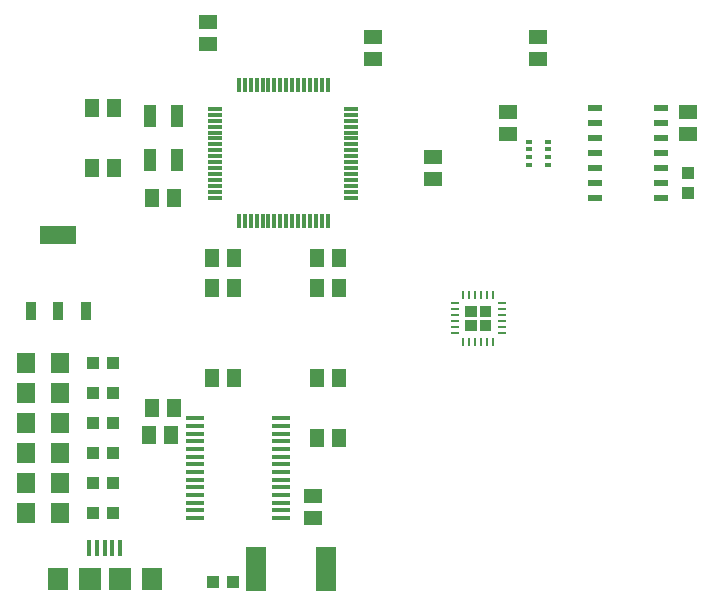
<source format=gbr>
G04 EAGLE Gerber RS-274X export*
G75*
%MOMM*%
%FSLAX34Y34*%
%LPD*%
%INSolderpaste Top*%
%IPPOS*%
%AMOC8*
5,1,8,0,0,1.08239X$1,22.5*%
G01*
%ADD10R,1.300000X1.500000*%
%ADD11R,1.500000X1.300000*%
%ADD12R,1.193800X0.304800*%
%ADD13R,0.304800X1.193800*%
%ADD14R,1.100000X1.900000*%
%ADD15R,0.838200X1.600200*%
%ADD16R,3.098800X1.600200*%
%ADD17R,1.500000X0.400000*%
%ADD18R,0.260000X0.790000*%
%ADD19R,0.790000X0.260000*%
%ADD20R,0.500000X0.350000*%
%ADD21R,1.200000X0.600000*%
%ADD22R,1.000000X1.100000*%
%ADD23R,1.700000X3.700000*%
%ADD24R,1.600000X1.803000*%
%ADD25R,1.100000X1.000000*%
%ADD26R,0.350000X1.400000*%
%ADD27R,1.800000X1.900000*%
%ADD28R,1.900000X1.900000*%

G36*
X367027Y636307D02*
X367027Y636307D01*
X367022Y636314D01*
X367029Y636320D01*
X367029Y645620D01*
X366993Y645667D01*
X366986Y645662D01*
X366980Y645669D01*
X357180Y645669D01*
X357133Y645633D01*
X357138Y645626D01*
X357131Y645620D01*
X357131Y636320D01*
X357167Y636273D01*
X357174Y636278D01*
X357180Y636271D01*
X366980Y636271D01*
X367027Y636307D01*
G37*
G36*
X379467Y636307D02*
X379467Y636307D01*
X379462Y636314D01*
X379469Y636320D01*
X379469Y645620D01*
X379433Y645667D01*
X379426Y645662D01*
X379420Y645669D01*
X369620Y645669D01*
X369573Y645633D01*
X369578Y645626D01*
X369571Y645620D01*
X369571Y636320D01*
X369607Y636273D01*
X369614Y636278D01*
X369620Y636271D01*
X379420Y636271D01*
X379467Y636307D01*
G37*
G36*
X367027Y624367D02*
X367027Y624367D01*
X367022Y624374D01*
X367029Y624380D01*
X367029Y633680D01*
X366993Y633727D01*
X366986Y633722D01*
X366980Y633729D01*
X357180Y633729D01*
X357133Y633693D01*
X357138Y633686D01*
X357131Y633680D01*
X357131Y624380D01*
X357167Y624333D01*
X357174Y624338D01*
X357180Y624331D01*
X366980Y624331D01*
X367027Y624367D01*
G37*
G36*
X379467Y624367D02*
X379467Y624367D01*
X379462Y624374D01*
X379469Y624380D01*
X379469Y633680D01*
X379433Y633727D01*
X379426Y633722D01*
X379420Y633729D01*
X369620Y633729D01*
X369573Y633693D01*
X369578Y633686D01*
X369571Y633680D01*
X369571Y624380D01*
X369607Y624333D01*
X369614Y624338D01*
X369620Y624331D01*
X379420Y624331D01*
X379467Y624367D01*
G37*
D10*
X250800Y660400D03*
X231800Y660400D03*
X161900Y660400D03*
X142900Y660400D03*
D11*
X330200Y752500D03*
X330200Y771500D03*
X139700Y866800D03*
X139700Y885800D03*
X279400Y854100D03*
X279400Y873100D03*
X393700Y790600D03*
X393700Y809600D03*
D10*
X250800Y685800D03*
X231800Y685800D03*
X111100Y736600D03*
X92100Y736600D03*
X161900Y685800D03*
X142900Y685800D03*
X60300Y812800D03*
X41300Y812800D03*
X60300Y762000D03*
X41300Y762000D03*
D12*
X145700Y812200D03*
X145700Y807200D03*
X145700Y802200D03*
X145700Y797200D03*
X145700Y792200D03*
X145700Y787200D03*
X145700Y782200D03*
X145700Y777200D03*
X145700Y772200D03*
X145700Y767200D03*
X145700Y762200D03*
X145700Y757200D03*
X145700Y752200D03*
X145700Y747200D03*
X145700Y742200D03*
X145700Y737200D03*
D13*
X165700Y717200D03*
X170700Y717200D03*
X175700Y717200D03*
X180700Y717200D03*
X185700Y717200D03*
X190700Y717200D03*
X195700Y717200D03*
X200700Y717200D03*
X205700Y717200D03*
X210700Y717200D03*
X215700Y717200D03*
X220700Y717200D03*
X225700Y717200D03*
X230700Y717200D03*
X235700Y717200D03*
X240700Y717200D03*
D12*
X260700Y737200D03*
X260700Y742200D03*
X260700Y747200D03*
X260700Y752200D03*
X260700Y757200D03*
X260700Y762200D03*
X260700Y767200D03*
X260700Y772200D03*
X260700Y777200D03*
X260700Y782200D03*
X260700Y787200D03*
X260700Y792200D03*
X260700Y797200D03*
X260700Y802200D03*
X260700Y807200D03*
X260700Y812200D03*
D13*
X240700Y832200D03*
X235700Y832200D03*
X230700Y832200D03*
X225700Y832200D03*
X220700Y832200D03*
X215700Y832200D03*
X210700Y832200D03*
X205700Y832200D03*
X200700Y832200D03*
X195700Y832200D03*
X190700Y832200D03*
X185700Y832200D03*
X180700Y832200D03*
X175700Y832200D03*
X170700Y832200D03*
X165700Y832200D03*
D14*
X113100Y768900D03*
X90100Y805900D03*
X90100Y768900D03*
X113100Y805900D03*
D15*
X-10414Y641096D03*
X12700Y641096D03*
X35814Y641096D03*
D16*
X12700Y705104D03*
D10*
X161900Y584200D03*
X142900Y584200D03*
D17*
X128850Y550250D03*
X128850Y543750D03*
X128850Y537250D03*
X128850Y530750D03*
X128850Y524250D03*
X128850Y517750D03*
X128850Y511250D03*
X128850Y504750D03*
X128850Y498250D03*
X128850Y491750D03*
X128850Y485250D03*
X128850Y478750D03*
X128850Y472250D03*
X128850Y465750D03*
X201350Y465750D03*
X201350Y472250D03*
X201350Y478750D03*
X201350Y485250D03*
X201350Y491750D03*
X201350Y498250D03*
X201350Y504750D03*
X201350Y511250D03*
X201350Y517750D03*
X201350Y524250D03*
X201350Y530750D03*
X201350Y537250D03*
X201350Y543750D03*
X201350Y550250D03*
D10*
X111100Y558800D03*
X92100Y558800D03*
X231800Y533400D03*
X250800Y533400D03*
X231800Y584200D03*
X250800Y584200D03*
X108560Y535940D03*
X89560Y535940D03*
D18*
X355800Y615300D03*
X360800Y615300D03*
X365800Y615300D03*
X370800Y615300D03*
X375800Y615300D03*
X380800Y615300D03*
D19*
X388000Y622500D03*
X388000Y627500D03*
X388000Y632500D03*
X388000Y637500D03*
X388000Y642500D03*
X388000Y647500D03*
D18*
X380800Y654700D03*
X375800Y654700D03*
X370800Y654700D03*
X365800Y654700D03*
X360800Y654700D03*
X355800Y654700D03*
D19*
X348600Y647500D03*
X348600Y642500D03*
X348600Y637500D03*
X348600Y632500D03*
X348600Y627500D03*
X348600Y622500D03*
D20*
X427100Y771450D03*
X427100Y777950D03*
X427100Y784450D03*
X427100Y764950D03*
X411100Y777950D03*
X411100Y771450D03*
X411100Y764950D03*
X411100Y784450D03*
D21*
X467300Y812800D03*
X467300Y800100D03*
X467300Y787400D03*
X467300Y774700D03*
X467300Y762000D03*
X467300Y749300D03*
X467300Y736600D03*
X523300Y736600D03*
X523300Y749300D03*
X523300Y762000D03*
X523300Y774700D03*
X523300Y787400D03*
X523300Y800100D03*
X523300Y812800D03*
D11*
X546100Y790600D03*
X546100Y809600D03*
X419100Y873100D03*
X419100Y854100D03*
D22*
X546100Y757800D03*
X546100Y740800D03*
D23*
X180050Y422910D03*
X239050Y422910D03*
D24*
X-14220Y596900D03*
X14220Y596900D03*
X-14220Y571500D03*
X14220Y571500D03*
X-14220Y546100D03*
X14220Y546100D03*
X-14220Y495300D03*
X14220Y495300D03*
X-14220Y520700D03*
X14220Y520700D03*
X-14220Y469900D03*
X14220Y469900D03*
D25*
X59300Y596900D03*
X42300Y596900D03*
X59300Y571500D03*
X42300Y571500D03*
X59300Y546100D03*
X42300Y546100D03*
X59300Y495300D03*
X42300Y495300D03*
X59300Y520700D03*
X42300Y520700D03*
X59300Y469900D03*
X42300Y469900D03*
D26*
X39070Y440520D03*
X65070Y440520D03*
X45570Y440520D03*
X52070Y440520D03*
X58570Y440520D03*
D27*
X12070Y414020D03*
X92070Y414020D03*
D28*
X39370Y414020D03*
X64770Y414020D03*
D11*
X228600Y484480D03*
X228600Y465480D03*
D25*
X160900Y411480D03*
X143900Y411480D03*
M02*

</source>
